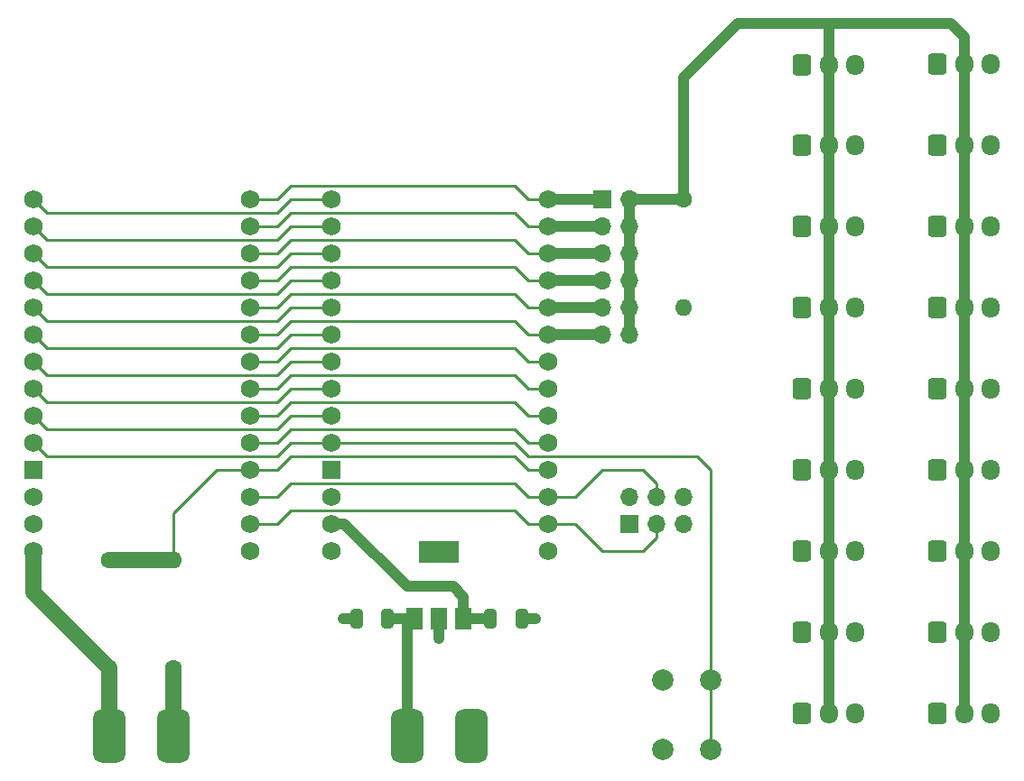
<source format=gbr>
%TF.GenerationSoftware,KiCad,Pcbnew,7.0.10-1.fc39*%
%TF.CreationDate,2024-03-03T09:54:11-06:00*%
%TF.ProjectId,mkr-sensor-shield-with-modem,6d6b722d-7365-46e7-936f-722d73686965,rev?*%
%TF.SameCoordinates,Original*%
%TF.FileFunction,Copper,L1,Top*%
%TF.FilePolarity,Positive*%
%FSLAX46Y46*%
G04 Gerber Fmt 4.6, Leading zero omitted, Abs format (unit mm)*
G04 Created by KiCad (PCBNEW 7.0.10-1.fc39) date 2024-03-03 09:54:11*
%MOMM*%
%LPD*%
G01*
G04 APERTURE LIST*
G04 Aperture macros list*
%AMRoundRect*
0 Rectangle with rounded corners*
0 $1 Rounding radius*
0 $2 $3 $4 $5 $6 $7 $8 $9 X,Y pos of 4 corners*
0 Add a 4 corners polygon primitive as box body*
4,1,4,$2,$3,$4,$5,$6,$7,$8,$9,$2,$3,0*
0 Add four circle primitives for the rounded corners*
1,1,$1+$1,$2,$3*
1,1,$1+$1,$4,$5*
1,1,$1+$1,$6,$7*
1,1,$1+$1,$8,$9*
0 Add four rect primitives between the rounded corners*
20,1,$1+$1,$2,$3,$4,$5,0*
20,1,$1+$1,$4,$5,$6,$7,0*
20,1,$1+$1,$6,$7,$8,$9,0*
20,1,$1+$1,$8,$9,$2,$3,0*%
G04 Aperture macros list end*
%TA.AperFunction,ComponentPad*%
%ADD10RoundRect,0.250000X-0.600000X-0.725000X0.600000X-0.725000X0.600000X0.725000X-0.600000X0.725000X0*%
%TD*%
%TA.AperFunction,ComponentPad*%
%ADD11O,1.700000X1.950000*%
%TD*%
%TA.AperFunction,SMDPad,CuDef*%
%ADD12RoundRect,0.250000X-0.325000X-0.650000X0.325000X-0.650000X0.325000X0.650000X-0.325000X0.650000X0*%
%TD*%
%TA.AperFunction,ComponentPad*%
%ADD13RoundRect,0.750000X-0.750000X-1.750000X0.750000X-1.750000X0.750000X1.750000X-0.750000X1.750000X0*%
%TD*%
%TA.AperFunction,SMDPad,CuDef*%
%ADD14R,1.500000X2.000000*%
%TD*%
%TA.AperFunction,SMDPad,CuDef*%
%ADD15R,3.800000X2.000000*%
%TD*%
%TA.AperFunction,ComponentPad*%
%ADD16C,1.600000*%
%TD*%
%TA.AperFunction,ComponentPad*%
%ADD17O,1.600000X1.600000*%
%TD*%
%TA.AperFunction,ComponentPad*%
%ADD18C,2.000000*%
%TD*%
%TA.AperFunction,ComponentPad*%
%ADD19R,1.700000X1.700000*%
%TD*%
%TA.AperFunction,ComponentPad*%
%ADD20O,1.700000X1.700000*%
%TD*%
%TA.AperFunction,ComponentPad*%
%ADD21C,1.727200*%
%TD*%
%TA.AperFunction,ComponentPad*%
%ADD22R,1.727200X1.727200*%
%TD*%
%TA.AperFunction,SMDPad,CuDef*%
%ADD23RoundRect,0.250000X0.325000X0.650000X-0.325000X0.650000X-0.325000X-0.650000X0.325000X-0.650000X0*%
%TD*%
%TA.AperFunction,ViaPad*%
%ADD24C,0.800000*%
%TD*%
%TA.AperFunction,Conductor*%
%ADD25C,0.250000*%
%TD*%
%TA.AperFunction,Conductor*%
%ADD26C,1.500000*%
%TD*%
%TA.AperFunction,Conductor*%
%ADD27C,1.000000*%
%TD*%
G04 APERTURE END LIST*
D10*
%TO.P,J14,1,Pin_1*%
%TO.N,+3.3V*%
X197682000Y-82075200D03*
D11*
%TO.P,J14,2,Pin_2*%
%TO.N,DATA*%
X200182000Y-82075200D03*
%TO.P,J14,3,Pin_3*%
%TO.N,GND*%
X202682000Y-82075200D03*
%TD*%
D10*
%TO.P,J7,1,Pin_1*%
%TO.N,+3.3V*%
X184982000Y-97315200D03*
D11*
%TO.P,J7,2,Pin_2*%
%TO.N,DATA*%
X187482000Y-97315200D03*
%TO.P,J7,3,Pin_3*%
%TO.N,GND*%
X189982000Y-97315200D03*
%TD*%
D12*
%TO.P,C2,1*%
%TO.N,Net-(U1-OUT)*%
X155742000Y-103660000D03*
%TO.P,C2,2*%
%TO.N,GND*%
X158692000Y-103660000D03*
%TD*%
D10*
%TO.P,J11,1,Pin_1*%
%TO.N,+3.3V*%
X197682000Y-59215200D03*
D11*
%TO.P,J11,2,Pin_2*%
%TO.N,DATA*%
X200182000Y-59215200D03*
%TO.P,J11,3,Pin_3*%
%TO.N,GND*%
X202682000Y-59215200D03*
%TD*%
D10*
%TO.P,J13,1,Pin_1*%
%TO.N,+3.3V*%
X197682000Y-74455200D03*
D11*
%TO.P,J13,2,Pin_2*%
%TO.N,DATA*%
X200182000Y-74455200D03*
%TO.P,J13,3,Pin_3*%
%TO.N,GND*%
X202682000Y-74455200D03*
%TD*%
D10*
%TO.P,J15,1,Pin_1*%
%TO.N,+3.3V*%
X197682000Y-89695200D03*
D11*
%TO.P,J15,2,Pin_2*%
%TO.N,DATA*%
X200182000Y-89695200D03*
%TO.P,J15,3,Pin_3*%
%TO.N,GND*%
X202682000Y-89695200D03*
%TD*%
D10*
%TO.P,J12,1,Pin_1*%
%TO.N,+3.3V*%
X197682000Y-66835200D03*
D11*
%TO.P,J12,2,Pin_2*%
%TO.N,DATA*%
X200182000Y-66835200D03*
%TO.P,J12,3,Pin_3*%
%TO.N,GND*%
X202682000Y-66835200D03*
%TD*%
D13*
%TO.P,J21,1,Pin_1*%
%TO.N,Net-(J21-Pin_1)*%
X147942000Y-114660000D03*
%TO.P,J21,2,Pin_2*%
%TO.N,GND*%
X153942000Y-114660000D03*
%TD*%
D10*
%TO.P,J17,1,Pin_1*%
%TO.N,+3.3V*%
X197682000Y-104935200D03*
D11*
%TO.P,J17,2,Pin_2*%
%TO.N,DATA*%
X200182000Y-104935200D03*
%TO.P,J17,3,Pin_3*%
%TO.N,GND*%
X202682000Y-104935200D03*
%TD*%
D10*
%TO.P,J16,1,Pin_1*%
%TO.N,+3.3V*%
X197682000Y-97315200D03*
D11*
%TO.P,J16,2,Pin_2*%
%TO.N,DATA*%
X200182000Y-97315200D03*
%TO.P,J16,3,Pin_3*%
%TO.N,GND*%
X202682000Y-97315200D03*
%TD*%
D10*
%TO.P,J5,1,Pin_1*%
%TO.N,+3.3V*%
X184982000Y-82075200D03*
D11*
%TO.P,J5,2,Pin_2*%
%TO.N,DATA*%
X187482000Y-82075200D03*
%TO.P,J5,3,Pin_3*%
%TO.N,GND*%
X189982000Y-82075200D03*
%TD*%
D10*
%TO.P,J1,1,Pin_1*%
%TO.N,+3.3V*%
X184982000Y-51720000D03*
D11*
%TO.P,J1,2,Pin_2*%
%TO.N,DATA*%
X187482000Y-51720000D03*
%TO.P,J1,3,Pin_3*%
%TO.N,GND*%
X189982000Y-51720000D03*
%TD*%
D14*
%TO.P,U1,1,IN*%
%TO.N,Net-(J21-Pin_1)*%
X148642000Y-103660000D03*
%TO.P,U1,2,GND*%
%TO.N,GND*%
X150942000Y-103660000D03*
%TO.P,U1,3,OUT*%
%TO.N,Net-(U1-OUT)*%
X153242000Y-103660000D03*
D15*
%TO.P,U1,4*%
%TO.N,N/C*%
X150942000Y-97360000D03*
%TD*%
D10*
%TO.P,J8,1,Pin_1*%
%TO.N,+3.3V*%
X184982000Y-104935200D03*
D11*
%TO.P,J8,2,Pin_2*%
%TO.N,DATA*%
X187482000Y-104935200D03*
%TO.P,J8,3,Pin_3*%
%TO.N,GND*%
X189982000Y-104935200D03*
%TD*%
D16*
%TO.P,R1,1*%
%TO.N,DATA*%
X173892000Y-64295200D03*
D17*
%TO.P,R1,2*%
%TO.N,+3.3V*%
X173892000Y-74455200D03*
%TD*%
D10*
%TO.P,J4,1,Pin_1*%
%TO.N,+3.3V*%
X184982000Y-74455200D03*
D11*
%TO.P,J4,2,Pin_2*%
%TO.N,DATA*%
X187482000Y-74455200D03*
%TO.P,J4,3,Pin_3*%
%TO.N,GND*%
X189982000Y-74455200D03*
%TD*%
D18*
%TO.P,SW1,1,1*%
%TO.N,/RST*%
X176437000Y-109430000D03*
X176437000Y-115930000D03*
%TO.P,SW1,2,2*%
%TO.N,GND*%
X171937000Y-109430000D03*
X171937000Y-115930000D03*
%TD*%
D10*
%TO.P,J9,1,Pin_1*%
%TO.N,+3.3V*%
X184982000Y-112555200D03*
D11*
%TO.P,J9,2,Pin_2*%
%TO.N,DATA*%
X187482000Y-112555200D03*
%TO.P,J9,3,Pin_3*%
%TO.N,GND*%
X189982000Y-112555200D03*
%TD*%
D16*
%TO.P,R3,1*%
%TO.N,GND*%
X126002000Y-108310000D03*
D17*
%TO.P,R3,2*%
%TO.N,/A2*%
X126002000Y-98150000D03*
%TD*%
D10*
%TO.P,J3,1,Pin_1*%
%TO.N,+3.3V*%
X184982000Y-66835200D03*
D11*
%TO.P,J3,2,Pin_2*%
%TO.N,DATA*%
X187482000Y-66835200D03*
%TO.P,J3,3,Pin_3*%
%TO.N,GND*%
X189982000Y-66835200D03*
%TD*%
D19*
%TO.P,J19,1,Pin_1*%
%TO.N,/D5*%
X166272000Y-64295200D03*
D20*
%TO.P,J19,2,Pin_2*%
%TO.N,DATA*%
X168812000Y-64295200D03*
%TO.P,J19,3,Pin_3*%
%TO.N,/D4*%
X166272000Y-66835200D03*
%TO.P,J19,4,Pin_4*%
%TO.N,DATA*%
X168812000Y-66835200D03*
%TO.P,J19,5,Pin_5*%
%TO.N,/D3*%
X166272000Y-69375200D03*
%TO.P,J19,6,Pin_6*%
%TO.N,DATA*%
X168812000Y-69375200D03*
%TO.P,J19,7,Pin_7*%
%TO.N,/D2*%
X166272000Y-71915200D03*
%TO.P,J19,8,Pin_8*%
%TO.N,DATA*%
X168812000Y-71915200D03*
%TO.P,J19,9,Pin_9*%
%TO.N,/D1*%
X166272000Y-74455200D03*
%TO.P,J19,10,Pin_10*%
%TO.N,DATA*%
X168812000Y-74455200D03*
%TO.P,J19,11,Pin_11*%
%TO.N,/D0*%
X166272000Y-76995200D03*
%TO.P,J19,12,Pin_12*%
%TO.N,DATA*%
X168812000Y-76995200D03*
%TD*%
D10*
%TO.P,J2,1,Pin_1*%
%TO.N,+3.3V*%
X184982000Y-59215200D03*
D11*
%TO.P,J2,2,Pin_2*%
%TO.N,DATA*%
X187482000Y-59215200D03*
%TO.P,J2,3,Pin_3*%
%TO.N,GND*%
X189982000Y-59215200D03*
%TD*%
D21*
%TO.P,A2,3V3,3.3V*%
%TO.N,+3.3V*%
X112932000Y-92235200D03*
%TO.P,A2,5V,5V*%
%TO.N,Net-(J23-Pin_1)*%
X112932000Y-97315200D03*
%TO.P,A2,A0,A0/DAC*%
%TO.N,/A0*%
X133252000Y-94775200D03*
%TO.P,A2,A1,A1*%
%TO.N,/A1*%
X133252000Y-92235200D03*
%TO.P,A2,A2,A2*%
%TO.N,/A2*%
X133252000Y-89695200D03*
%TO.P,A2,A3,A3*%
%TO.N,/A3*%
X133252000Y-87155200D03*
%TO.P,A2,A4,A4*%
%TO.N,/A4*%
X133252000Y-84615200D03*
%TO.P,A2,A5,A5*%
%TO.N,/A5*%
X133252000Y-82075200D03*
%TO.P,A2,A6,A6*%
%TO.N,/A6*%
X133252000Y-79535200D03*
%TO.P,A2,AREF,AREF*%
%TO.N,/AREF*%
X133252000Y-97315200D03*
%TO.P,A2,D0,D0*%
%TO.N,/D0*%
X133252000Y-76995200D03*
%TO.P,A2,D1,D1*%
%TO.N,/D1*%
X133252000Y-74455200D03*
%TO.P,A2,D2,D2*%
%TO.N,/D2*%
X133252000Y-71915200D03*
%TO.P,A2,D3,D3*%
%TO.N,/D3*%
X133252000Y-69375200D03*
%TO.P,A2,D4,D4*%
%TO.N,/D4*%
X133252000Y-66835200D03*
%TO.P,A2,D5,D5*%
%TO.N,/D5*%
X133252000Y-64295200D03*
%TO.P,A2,D6,D6*%
%TO.N,/D6*%
X112932000Y-64295200D03*
%TO.P,A2,D7,D7*%
%TO.N,/D7*%
X112932000Y-66835200D03*
%TO.P,A2,D8,D8_MOSI*%
%TO.N,/D8*%
X112932000Y-69375200D03*
%TO.P,A2,D9,D9_SCK*%
%TO.N,/D9*%
X112932000Y-71915200D03*
%TO.P,A2,D10,D10_MISO*%
%TO.N,/D10*%
X112932000Y-74455200D03*
%TO.P,A2,D11,D11/SDA*%
%TO.N,/D11*%
X112932000Y-76995200D03*
%TO.P,A2,D12,D12/SCL*%
%TO.N,/D12*%
X112932000Y-79535200D03*
%TO.P,A2,D13,D13/RX*%
%TO.N,/D13*%
X112932000Y-82075200D03*
%TO.P,A2,D14,D14/TX*%
%TO.N,/D14*%
X112932000Y-84615200D03*
D22*
%TO.P,A2,GND,GND*%
%TO.N,GND*%
X112932000Y-89695200D03*
D21*
%TO.P,A2,RST,RESET*%
%TO.N,/RST*%
X112932000Y-87155200D03*
%TO.P,A2,VIN,VIN*%
%TO.N,unconnected-(A2-PadVIN)*%
X112932000Y-94775200D03*
%TD*%
D10*
%TO.P,J18,1,Pin_1*%
%TO.N,+3.3V*%
X197682000Y-112555200D03*
D11*
%TO.P,J18,2,Pin_2*%
%TO.N,DATA*%
X200182000Y-112555200D03*
%TO.P,J18,3,Pin_3*%
%TO.N,GND*%
X202682000Y-112555200D03*
%TD*%
D16*
%TO.P,R2,1*%
%TO.N,/A2*%
X120002000Y-98150000D03*
D17*
%TO.P,R2,2*%
%TO.N,Net-(J23-Pin_1)*%
X120002000Y-108310000D03*
%TD*%
D21*
%TO.P,A1,3V3,3.3V*%
%TO.N,+3.3V*%
X140872000Y-92235200D03*
%TO.P,A1,5V,5V*%
%TO.N,unconnected-(A1-Pad5V)*%
X140872000Y-97315200D03*
%TO.P,A1,A0,A0/DAC*%
%TO.N,/A0*%
X161192000Y-94775200D03*
%TO.P,A1,A1,A1*%
%TO.N,/A1*%
X161192000Y-92235200D03*
%TO.P,A1,A2,A2*%
%TO.N,/A2*%
X161192000Y-89695200D03*
%TO.P,A1,A3,A3*%
%TO.N,/A3*%
X161192000Y-87155200D03*
%TO.P,A1,A4,A4*%
%TO.N,/A4*%
X161192000Y-84615200D03*
%TO.P,A1,A5,A5*%
%TO.N,/A5*%
X161192000Y-82075200D03*
%TO.P,A1,A6,A6*%
%TO.N,/A6*%
X161192000Y-79535200D03*
%TO.P,A1,AREF,AREF*%
%TO.N,/AREF*%
X161192000Y-97315200D03*
%TO.P,A1,D0,D0*%
%TO.N,/D0*%
X161192000Y-76995200D03*
%TO.P,A1,D1,D1*%
%TO.N,/D1*%
X161192000Y-74455200D03*
%TO.P,A1,D2,D2*%
%TO.N,/D2*%
X161192000Y-71915200D03*
%TO.P,A1,D3,D3*%
%TO.N,/D3*%
X161192000Y-69375200D03*
%TO.P,A1,D4,D4*%
%TO.N,/D4*%
X161192000Y-66835200D03*
%TO.P,A1,D5,D5*%
%TO.N,/D5*%
X161192000Y-64295200D03*
%TO.P,A1,D6,D6*%
%TO.N,/D6*%
X140872000Y-64295200D03*
%TO.P,A1,D7,D7*%
%TO.N,/D7*%
X140872000Y-66835200D03*
%TO.P,A1,D8,D8_MOSI*%
%TO.N,/D8*%
X140872000Y-69375200D03*
%TO.P,A1,D9,D9_SCK*%
%TO.N,/D9*%
X140872000Y-71915200D03*
%TO.P,A1,D10,D10_MISO*%
%TO.N,/D10*%
X140872000Y-74455200D03*
%TO.P,A1,D11,D11/SDA*%
%TO.N,/D11*%
X140872000Y-76995200D03*
%TO.P,A1,D12,D12/SCL*%
%TO.N,/D12*%
X140872000Y-79535200D03*
%TO.P,A1,D13,D13/RX*%
%TO.N,/D13*%
X140872000Y-82075200D03*
%TO.P,A1,D14,D14/TX*%
%TO.N,/D14*%
X140872000Y-84615200D03*
D22*
%TO.P,A1,GND,GND*%
%TO.N,GND*%
X140872000Y-89695200D03*
D21*
%TO.P,A1,RST,RESET*%
%TO.N,/RST*%
X140872000Y-87155200D03*
%TO.P,A1,VIN,VIN*%
%TO.N,Net-(U1-OUT)*%
X140872000Y-94775200D03*
%TD*%
D10*
%TO.P,J6,1,Pin_1*%
%TO.N,+3.3V*%
X184982000Y-89695200D03*
D11*
%TO.P,J6,2,Pin_2*%
%TO.N,DATA*%
X187482000Y-89695200D03*
%TO.P,J6,3,Pin_3*%
%TO.N,GND*%
X189982000Y-89695200D03*
%TD*%
D10*
%TO.P,J10,1,Pin_1*%
%TO.N,+3.3V*%
X197682000Y-51595200D03*
D11*
%TO.P,J10,2,Pin_2*%
%TO.N,DATA*%
X200182000Y-51595200D03*
%TO.P,J10,3,Pin_3*%
%TO.N,GND*%
X202682000Y-51595200D03*
%TD*%
D23*
%TO.P,C1,1*%
%TO.N,Net-(J21-Pin_1)*%
X146142000Y-103660000D03*
%TO.P,C1,2*%
%TO.N,GND*%
X143192000Y-103660000D03*
%TD*%
D19*
%TO.P,J20,1,Pin_1*%
%TO.N,GND*%
X168812000Y-94775200D03*
D20*
%TO.P,J20,2,Pin_2*%
X168812000Y-92235200D03*
%TO.P,J20,3,Pin_3*%
%TO.N,/A0*%
X171352000Y-94775200D03*
%TO.P,J20,4,Pin_4*%
%TO.N,/A1*%
X171352000Y-92235200D03*
%TO.P,J20,5,Pin_5*%
%TO.N,+3.3V*%
X173892000Y-94775200D03*
%TO.P,J20,6,Pin_6*%
X173892000Y-92235200D03*
%TD*%
D13*
%TO.P,J23,1,Pin_1*%
%TO.N,Net-(J23-Pin_1)*%
X120002000Y-114660000D03*
%TO.P,J23,2,Pin_2*%
%TO.N,GND*%
X126002000Y-114660000D03*
%TD*%
D24*
%TO.N,GND*%
X159962000Y-103660000D03*
X141922000Y-103660000D03*
X150942000Y-105565000D03*
%TD*%
D25*
%TO.N,/A0*%
X137062000Y-93505200D02*
X135792000Y-94775200D01*
X166272000Y-97315200D02*
X163732000Y-94775200D01*
X135792000Y-94775200D02*
X133252000Y-94775200D01*
X158017000Y-93505200D02*
X137062000Y-93505200D01*
X171352000Y-94775200D02*
X171352000Y-96045200D01*
X161192000Y-94775200D02*
X159287000Y-94775200D01*
X163732000Y-94775200D02*
X161192000Y-94775200D01*
X171352000Y-96045200D02*
X170082000Y-97315200D01*
X170082000Y-97315200D02*
X166272000Y-97315200D01*
X159287000Y-94775200D02*
X158017000Y-93505200D01*
%TO.N,/A1*%
X171352000Y-92235200D02*
X171352000Y-90965200D01*
X166272000Y-89695200D02*
X163732000Y-92235200D01*
X170082000Y-89695200D02*
X166272000Y-89695200D01*
X135792000Y-92235200D02*
X133252000Y-92235200D01*
X171352000Y-90965200D02*
X170082000Y-89695200D01*
X163732000Y-92235200D02*
X161192000Y-92235200D01*
X161192000Y-92235200D02*
X159287000Y-92235200D01*
X159287000Y-92235200D02*
X158017000Y-90965200D01*
X137062000Y-90965200D02*
X135792000Y-92235200D01*
X158017000Y-90965200D02*
X137062000Y-90965200D01*
%TO.N,/A2*%
X126002000Y-93770200D02*
X130077000Y-89695200D01*
X126002000Y-98150000D02*
X126002000Y-93770200D01*
X158017000Y-88425200D02*
X159287000Y-89695200D01*
X135792000Y-89695200D02*
X133252000Y-89695200D01*
X130077000Y-89695200D02*
X133252000Y-89695200D01*
D26*
X120002000Y-98150000D02*
X126002000Y-98150000D01*
D25*
X137062000Y-88425200D02*
X135792000Y-89695200D01*
X161192000Y-89695200D02*
X159287000Y-89695200D01*
X158017000Y-88425200D02*
X137062000Y-88425200D01*
%TO.N,/A3*%
X137062000Y-85885200D02*
X135792000Y-87155200D01*
X158017000Y-85885200D02*
X137062000Y-85885200D01*
X161192000Y-87155200D02*
X159287000Y-87155200D01*
X159287000Y-87155200D02*
X158017000Y-85885200D01*
X135792000Y-87155200D02*
X133252000Y-87155200D01*
%TO.N,/A4*%
X158017000Y-83345200D02*
X137062000Y-83345200D01*
X159287000Y-84615200D02*
X158017000Y-83345200D01*
X161192000Y-84615200D02*
X159287000Y-84615200D01*
X135792000Y-84615200D02*
X133252000Y-84615200D01*
X137062000Y-83345200D02*
X135792000Y-84615200D01*
%TO.N,/A5*%
X159287000Y-82075200D02*
X158017000Y-80805200D01*
X135792000Y-82075200D02*
X133252000Y-82075200D01*
X158017000Y-80805200D02*
X137062000Y-80805200D01*
X137062000Y-80805200D02*
X135792000Y-82075200D01*
X161192000Y-82075200D02*
X159287000Y-82075200D01*
%TO.N,/A6*%
X161192000Y-79535200D02*
X159287000Y-79535200D01*
X158017000Y-78265200D02*
X137062000Y-78265200D01*
X159287000Y-79535200D02*
X158017000Y-78265200D01*
X135792000Y-79535200D02*
X133252000Y-79535200D01*
X137062000Y-78265200D02*
X135792000Y-79535200D01*
%TO.N,/D0*%
X135792000Y-76995200D02*
X133252000Y-76995200D01*
X158017000Y-75725200D02*
X137062000Y-75725200D01*
X159287000Y-76995200D02*
X158017000Y-75725200D01*
D27*
X166272000Y-76995200D02*
X161192000Y-76995200D01*
D25*
X137062000Y-75725200D02*
X135792000Y-76995200D01*
X161192000Y-76995200D02*
X159287000Y-76995200D01*
%TO.N,/D1*%
X161192000Y-74455200D02*
X159287000Y-74455200D01*
D27*
X166272000Y-74455200D02*
X161192000Y-74455200D01*
D25*
X159287000Y-74455200D02*
X158017000Y-73185200D01*
X137062000Y-73185200D02*
X135792000Y-74455200D01*
X158017000Y-73185200D02*
X137062000Y-73185200D01*
X135792000Y-74455200D02*
X133252000Y-74455200D01*
%TO.N,/D2*%
X135792000Y-71915200D02*
X133252000Y-71915200D01*
X137062000Y-70645200D02*
X135792000Y-71915200D01*
X159287000Y-71915200D02*
X158017000Y-70645200D01*
X161192000Y-71915200D02*
X159287000Y-71915200D01*
X158017000Y-70645200D02*
X137062000Y-70645200D01*
D27*
X166272000Y-71915200D02*
X161192000Y-71915200D01*
D25*
%TO.N,/D3*%
X137062000Y-68105200D02*
X135792000Y-69375200D01*
X161192000Y-69375200D02*
X159287000Y-69375200D01*
X158017000Y-68105200D02*
X137062000Y-68105200D01*
X135792000Y-69375200D02*
X133252000Y-69375200D01*
D27*
X166272000Y-69375200D02*
X161192000Y-69375200D01*
D25*
X159287000Y-69375200D02*
X158017000Y-68105200D01*
%TO.N,/D4*%
X135792000Y-66835200D02*
X133252000Y-66835200D01*
X161192000Y-66835200D02*
X159287000Y-66835200D01*
X158017000Y-65565200D02*
X137062000Y-65565200D01*
X159287000Y-66835200D02*
X158017000Y-65565200D01*
X137062000Y-65565200D02*
X135792000Y-66835200D01*
D27*
X166272000Y-66835200D02*
X161192000Y-66835200D01*
D25*
%TO.N,/D5*%
X133252000Y-64295200D02*
X135792000Y-64295200D01*
X158017000Y-63025200D02*
X159287000Y-64295200D01*
D27*
X166272000Y-64295200D02*
X161192000Y-64295200D01*
D25*
X159287000Y-64295200D02*
X161192000Y-64295200D01*
X137062000Y-63025200D02*
X158017000Y-63025200D01*
X135792000Y-64295200D02*
X137062000Y-63025200D01*
%TO.N,/D6*%
X112932000Y-64295200D02*
X114202000Y-65565200D01*
X137062000Y-64295200D02*
X140872000Y-64295200D01*
X114202000Y-65565200D02*
X135792000Y-65565200D01*
X135792000Y-65565200D02*
X137062000Y-64295200D01*
%TO.N,/D7*%
X112932000Y-66835200D02*
X114202000Y-68105200D01*
X114202000Y-68105200D02*
X135792000Y-68105200D01*
X137062000Y-66835200D02*
X140872000Y-66835200D01*
X135792000Y-68105200D02*
X137062000Y-66835200D01*
%TO.N,/D8*%
X135792000Y-70645200D02*
X137062000Y-69375200D01*
X112932000Y-69375200D02*
X114202000Y-70645200D01*
X114202000Y-70645200D02*
X135792000Y-70645200D01*
X137062000Y-69375200D02*
X140872000Y-69375200D01*
%TO.N,/D9*%
X114202000Y-73185200D02*
X135792000Y-73185200D01*
X112932000Y-71915200D02*
X114202000Y-73185200D01*
X135792000Y-73185200D02*
X137062000Y-71915200D01*
X137062000Y-71915200D02*
X140872000Y-71915200D01*
%TO.N,/D10*%
X135792000Y-75725200D02*
X137062000Y-74455200D01*
X137062000Y-74455200D02*
X140872000Y-74455200D01*
X112932000Y-74455200D02*
X114202000Y-75725200D01*
X114202000Y-75725200D02*
X135792000Y-75725200D01*
%TO.N,/D11*%
X112932000Y-76995200D02*
X114202000Y-78265200D01*
X114202000Y-78265200D02*
X135792000Y-78265200D01*
X135792000Y-78265200D02*
X137062000Y-76995200D01*
X137062000Y-76995200D02*
X140872000Y-76995200D01*
%TO.N,/D12*%
X114202000Y-80805200D02*
X135792000Y-80805200D01*
X137062000Y-79535200D02*
X140872000Y-79535200D01*
X112932000Y-79535200D02*
X114202000Y-80805200D01*
X135792000Y-80805200D02*
X137062000Y-79535200D01*
%TO.N,/D13*%
X112932000Y-82075200D02*
X114202000Y-83345200D01*
X140872000Y-82075200D02*
X137062000Y-82075200D01*
X135792000Y-83345200D02*
X137062000Y-82075200D01*
X114202000Y-83345200D02*
X135792000Y-83345200D01*
%TO.N,/D14*%
X112932000Y-84615200D02*
X114202000Y-85885200D01*
X137062000Y-84615200D02*
X140872000Y-84615200D01*
X135792000Y-85885200D02*
X137062000Y-84615200D01*
X114202000Y-85885200D02*
X135792000Y-85885200D01*
D26*
%TO.N,GND*%
X126002000Y-108310000D02*
X126002000Y-114660000D01*
D27*
X159962000Y-103660000D02*
X158692000Y-103660000D01*
X150942000Y-103660000D02*
X150942000Y-105565000D01*
X141922000Y-103660000D02*
X143192000Y-103660000D01*
D25*
%TO.N,/RST*%
X176437000Y-109430000D02*
X176437000Y-115930000D01*
X140872000Y-87155200D02*
X158017000Y-87155200D01*
X137062000Y-87155200D02*
X135792000Y-88425200D01*
X176437000Y-109430000D02*
X176437000Y-89700200D01*
X176437000Y-89700200D02*
X175162000Y-88425200D01*
X175162000Y-88425200D02*
X159287000Y-88425200D01*
X159287000Y-88425200D02*
X158017000Y-87155200D01*
X114202000Y-88425200D02*
X112932000Y-87155200D01*
X135792000Y-88425200D02*
X114202000Y-88425200D01*
X140872000Y-87155200D02*
X137062000Y-87155200D01*
D27*
%TO.N,DATA*%
X200182000Y-66835200D02*
X200182000Y-74455200D01*
X200182000Y-74455200D02*
X200182000Y-82075200D01*
X187482000Y-89695200D02*
X187482000Y-97315200D01*
X200182000Y-104935200D02*
X200182000Y-112555200D01*
X198952000Y-47785200D02*
X187522000Y-47785200D01*
X200182000Y-51595200D02*
X200182000Y-59215200D01*
X200182000Y-89695200D02*
X200182000Y-97315200D01*
X187482000Y-97315200D02*
X187482000Y-104935200D01*
X187482000Y-47825200D02*
X187522000Y-47785200D01*
X200182000Y-49015200D02*
X198952000Y-47785200D01*
X173892000Y-52865200D02*
X173892000Y-64295200D01*
X187482000Y-82075200D02*
X187482000Y-89695200D01*
X168812000Y-64295200D02*
X173892000Y-64295200D01*
X200182000Y-97315200D02*
X200182000Y-104935200D01*
X200182000Y-51595200D02*
X200182000Y-49015200D01*
X187522000Y-47785200D02*
X178972000Y-47785200D01*
X187482000Y-66835200D02*
X187482000Y-74455200D01*
X187482000Y-74455200D02*
X187482000Y-82075200D01*
X187482000Y-51720000D02*
X187482000Y-47825200D01*
X187482000Y-59215200D02*
X187482000Y-66835200D01*
X200182000Y-82075200D02*
X200182000Y-89695200D01*
X187482000Y-51720000D02*
X187482000Y-59215200D01*
X168812000Y-64295200D02*
X168812000Y-76995200D01*
X178972000Y-47785200D02*
X173892000Y-52865200D01*
X187482000Y-104935200D02*
X187482000Y-112555200D01*
X200182000Y-59215200D02*
X200182000Y-66835200D01*
D26*
%TO.N,Net-(J23-Pin_1)*%
X112932000Y-101240000D02*
X120002000Y-108310000D01*
X120002000Y-108310000D02*
X120002000Y-114660000D01*
X112932000Y-97315200D02*
X112932000Y-101240000D01*
D27*
%TO.N,Net-(J21-Pin_1)*%
X147942000Y-103660000D02*
X146142000Y-103660000D01*
X147942000Y-114660000D02*
X147942000Y-103660000D01*
X148642000Y-103660000D02*
X147942000Y-103660000D01*
%TO.N,Net-(U1-OUT)*%
X152242000Y-100660000D02*
X153242000Y-101660000D01*
X147942000Y-100660000D02*
X152242000Y-100660000D01*
X153242000Y-103660000D02*
X155742000Y-103660000D01*
X142057200Y-94775200D02*
X147942000Y-100660000D01*
X153242000Y-101660000D02*
X153242000Y-103660000D01*
X140872000Y-94775200D02*
X142057200Y-94775200D01*
%TD*%
M02*

</source>
